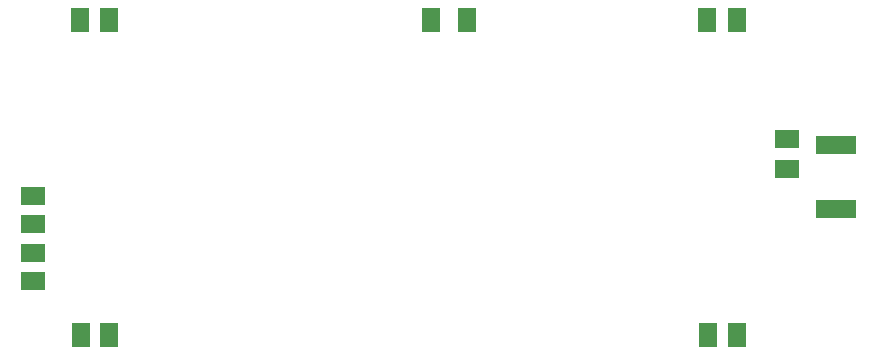
<source format=gbp>
G04*
G04 #@! TF.GenerationSoftware,Altium Limited,Altium Designer,22.11.1 (43)*
G04*
G04 Layer_Color=128*
%FSLAX25Y25*%
%MOIN*%
G70*
G04*
G04 #@! TF.SameCoordinates,6F2D09EA-FD7B-4BD8-B8BB-3870161F1110*
G04*
G04*
G04 #@! TF.FilePolarity,Positive*
G04*
G01*
G75*
%ADD19R,0.13780X0.05906*%
%ADD45R,0.07874X0.05906*%
%ADD46R,0.05906X0.07874*%
D19*
X310500Y51500D02*
D03*
Y72760D02*
D03*
D45*
X42583Y55777D02*
D03*
X293933Y74768D02*
D03*
Y64805D02*
D03*
X42583Y46288D02*
D03*
Y36800D02*
D03*
Y27312D02*
D03*
D46*
X187436Y114353D02*
D03*
X267512Y9500D02*
D03*
X277436D02*
D03*
X267436Y114353D02*
D03*
X277436D02*
D03*
X58512Y9500D02*
D03*
X68000D02*
D03*
X58488Y114353D02*
D03*
X175436D02*
D03*
X67976D02*
D03*
M02*

</source>
